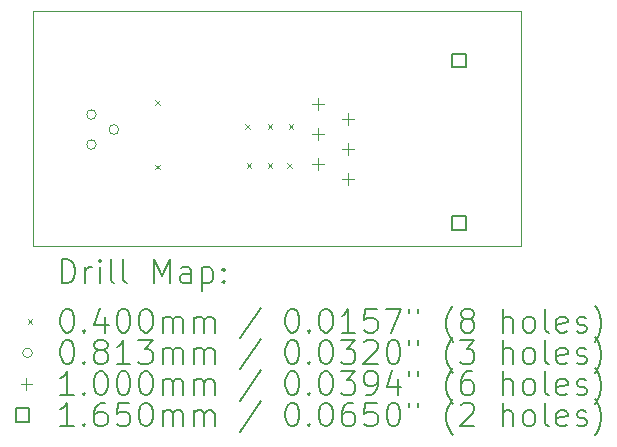
<source format=gbr>
%TF.GenerationSoftware,KiCad,Pcbnew,7.0.2*%
%TF.CreationDate,2024-01-01T15:40:30-07:00*%
%TF.ProjectId,Temp Sensor Board 1,54656d70-2053-4656-9e73-6f7220426f61,rev?*%
%TF.SameCoordinates,Original*%
%TF.FileFunction,Drillmap*%
%TF.FilePolarity,Positive*%
%FSLAX45Y45*%
G04 Gerber Fmt 4.5, Leading zero omitted, Abs format (unit mm)*
G04 Created by KiCad (PCBNEW 7.0.2) date 2024-01-01 15:40:30*
%MOMM*%
%LPD*%
G01*
G04 APERTURE LIST*
%ADD10C,0.100000*%
%ADD11C,0.200000*%
%ADD12C,0.040000*%
%ADD13C,0.081280*%
%ADD14C,0.165000*%
G04 APERTURE END LIST*
D10*
X11722100Y-7251700D02*
X15853665Y-7251700D01*
X15853665Y-9236965D01*
X11722100Y-9236965D01*
X11722100Y-7251700D01*
D11*
D12*
X12756200Y-8006400D02*
X12796200Y-8046400D01*
X12796200Y-8006400D02*
X12756200Y-8046400D01*
X12756200Y-8552500D02*
X12796200Y-8592500D01*
X12796200Y-8552500D02*
X12756200Y-8592500D01*
X13518200Y-8209600D02*
X13558200Y-8249600D01*
X13558200Y-8209600D02*
X13518200Y-8249600D01*
X13530900Y-8539800D02*
X13570900Y-8579800D01*
X13570900Y-8539800D02*
X13530900Y-8579800D01*
X13708700Y-8209600D02*
X13748700Y-8249600D01*
X13748700Y-8209600D02*
X13708700Y-8249600D01*
X13708700Y-8539800D02*
X13748700Y-8579800D01*
X13748700Y-8539800D02*
X13708700Y-8579800D01*
X13873800Y-8539800D02*
X13913800Y-8579800D01*
X13913800Y-8539800D02*
X13873800Y-8579800D01*
X13886500Y-8209600D02*
X13926500Y-8249600D01*
X13926500Y-8209600D02*
X13886500Y-8249600D01*
D13*
X12258040Y-8128000D02*
G75*
G03*
X12258040Y-8128000I-40640J0D01*
G01*
X12258040Y-8382000D02*
G75*
G03*
X12258040Y-8382000I-40640J0D01*
G01*
X12448540Y-8255000D02*
G75*
G03*
X12448540Y-8255000I-40640J0D01*
G01*
D10*
X14135100Y-7989100D02*
X14135100Y-8089100D01*
X14085100Y-8039100D02*
X14185100Y-8039100D01*
X14135100Y-8243100D02*
X14135100Y-8343100D01*
X14085100Y-8293100D02*
X14185100Y-8293100D01*
X14135100Y-8497100D02*
X14135100Y-8597100D01*
X14085100Y-8547100D02*
X14185100Y-8547100D01*
X14389100Y-8116100D02*
X14389100Y-8216100D01*
X14339100Y-8166100D02*
X14439100Y-8166100D01*
X14389100Y-8370100D02*
X14389100Y-8470100D01*
X14339100Y-8420100D02*
X14439100Y-8420100D01*
X14389100Y-8624100D02*
X14389100Y-8724100D01*
X14339100Y-8674100D02*
X14439100Y-8674100D01*
D14*
X15387437Y-7729437D02*
X15387437Y-7612763D01*
X15270763Y-7612763D01*
X15270763Y-7729437D01*
X15387437Y-7729437D01*
X15387437Y-9101437D02*
X15387437Y-8984763D01*
X15270763Y-8984763D01*
X15270763Y-9101437D01*
X15387437Y-9101437D01*
D11*
X11964719Y-9554488D02*
X11964719Y-9354488D01*
X11964719Y-9354488D02*
X12012338Y-9354488D01*
X12012338Y-9354488D02*
X12040909Y-9364012D01*
X12040909Y-9364012D02*
X12059957Y-9383060D01*
X12059957Y-9383060D02*
X12069481Y-9402107D01*
X12069481Y-9402107D02*
X12079005Y-9440203D01*
X12079005Y-9440203D02*
X12079005Y-9468774D01*
X12079005Y-9468774D02*
X12069481Y-9506869D01*
X12069481Y-9506869D02*
X12059957Y-9525917D01*
X12059957Y-9525917D02*
X12040909Y-9544965D01*
X12040909Y-9544965D02*
X12012338Y-9554488D01*
X12012338Y-9554488D02*
X11964719Y-9554488D01*
X12164719Y-9554488D02*
X12164719Y-9421155D01*
X12164719Y-9459250D02*
X12174243Y-9440203D01*
X12174243Y-9440203D02*
X12183767Y-9430679D01*
X12183767Y-9430679D02*
X12202814Y-9421155D01*
X12202814Y-9421155D02*
X12221862Y-9421155D01*
X12288528Y-9554488D02*
X12288528Y-9421155D01*
X12288528Y-9354488D02*
X12279005Y-9364012D01*
X12279005Y-9364012D02*
X12288528Y-9373536D01*
X12288528Y-9373536D02*
X12298052Y-9364012D01*
X12298052Y-9364012D02*
X12288528Y-9354488D01*
X12288528Y-9354488D02*
X12288528Y-9373536D01*
X12412338Y-9554488D02*
X12393290Y-9544965D01*
X12393290Y-9544965D02*
X12383767Y-9525917D01*
X12383767Y-9525917D02*
X12383767Y-9354488D01*
X12517100Y-9554488D02*
X12498052Y-9544965D01*
X12498052Y-9544965D02*
X12488528Y-9525917D01*
X12488528Y-9525917D02*
X12488528Y-9354488D01*
X12745671Y-9554488D02*
X12745671Y-9354488D01*
X12745671Y-9354488D02*
X12812338Y-9497346D01*
X12812338Y-9497346D02*
X12879005Y-9354488D01*
X12879005Y-9354488D02*
X12879005Y-9554488D01*
X13059957Y-9554488D02*
X13059957Y-9449727D01*
X13059957Y-9449727D02*
X13050433Y-9430679D01*
X13050433Y-9430679D02*
X13031386Y-9421155D01*
X13031386Y-9421155D02*
X12993290Y-9421155D01*
X12993290Y-9421155D02*
X12974243Y-9430679D01*
X13059957Y-9544965D02*
X13040909Y-9554488D01*
X13040909Y-9554488D02*
X12993290Y-9554488D01*
X12993290Y-9554488D02*
X12974243Y-9544965D01*
X12974243Y-9544965D02*
X12964719Y-9525917D01*
X12964719Y-9525917D02*
X12964719Y-9506869D01*
X12964719Y-9506869D02*
X12974243Y-9487822D01*
X12974243Y-9487822D02*
X12993290Y-9478298D01*
X12993290Y-9478298D02*
X13040909Y-9478298D01*
X13040909Y-9478298D02*
X13059957Y-9468774D01*
X13155195Y-9421155D02*
X13155195Y-9621155D01*
X13155195Y-9430679D02*
X13174243Y-9421155D01*
X13174243Y-9421155D02*
X13212338Y-9421155D01*
X13212338Y-9421155D02*
X13231386Y-9430679D01*
X13231386Y-9430679D02*
X13240909Y-9440203D01*
X13240909Y-9440203D02*
X13250433Y-9459250D01*
X13250433Y-9459250D02*
X13250433Y-9516393D01*
X13250433Y-9516393D02*
X13240909Y-9535441D01*
X13240909Y-9535441D02*
X13231386Y-9544965D01*
X13231386Y-9544965D02*
X13212338Y-9554488D01*
X13212338Y-9554488D02*
X13174243Y-9554488D01*
X13174243Y-9554488D02*
X13155195Y-9544965D01*
X13336148Y-9535441D02*
X13345671Y-9544965D01*
X13345671Y-9544965D02*
X13336148Y-9554488D01*
X13336148Y-9554488D02*
X13326624Y-9544965D01*
X13326624Y-9544965D02*
X13336148Y-9535441D01*
X13336148Y-9535441D02*
X13336148Y-9554488D01*
X13336148Y-9430679D02*
X13345671Y-9440203D01*
X13345671Y-9440203D02*
X13336148Y-9449727D01*
X13336148Y-9449727D02*
X13326624Y-9440203D01*
X13326624Y-9440203D02*
X13336148Y-9430679D01*
X13336148Y-9430679D02*
X13336148Y-9449727D01*
D12*
X11677100Y-9861965D02*
X11717100Y-9901965D01*
X11717100Y-9861965D02*
X11677100Y-9901965D01*
D11*
X12002814Y-9774488D02*
X12021862Y-9774488D01*
X12021862Y-9774488D02*
X12040909Y-9784012D01*
X12040909Y-9784012D02*
X12050433Y-9793536D01*
X12050433Y-9793536D02*
X12059957Y-9812584D01*
X12059957Y-9812584D02*
X12069481Y-9850679D01*
X12069481Y-9850679D02*
X12069481Y-9898298D01*
X12069481Y-9898298D02*
X12059957Y-9936393D01*
X12059957Y-9936393D02*
X12050433Y-9955441D01*
X12050433Y-9955441D02*
X12040909Y-9964965D01*
X12040909Y-9964965D02*
X12021862Y-9974488D01*
X12021862Y-9974488D02*
X12002814Y-9974488D01*
X12002814Y-9974488D02*
X11983767Y-9964965D01*
X11983767Y-9964965D02*
X11974243Y-9955441D01*
X11974243Y-9955441D02*
X11964719Y-9936393D01*
X11964719Y-9936393D02*
X11955195Y-9898298D01*
X11955195Y-9898298D02*
X11955195Y-9850679D01*
X11955195Y-9850679D02*
X11964719Y-9812584D01*
X11964719Y-9812584D02*
X11974243Y-9793536D01*
X11974243Y-9793536D02*
X11983767Y-9784012D01*
X11983767Y-9784012D02*
X12002814Y-9774488D01*
X12155195Y-9955441D02*
X12164719Y-9964965D01*
X12164719Y-9964965D02*
X12155195Y-9974488D01*
X12155195Y-9974488D02*
X12145671Y-9964965D01*
X12145671Y-9964965D02*
X12155195Y-9955441D01*
X12155195Y-9955441D02*
X12155195Y-9974488D01*
X12336148Y-9841155D02*
X12336148Y-9974488D01*
X12288528Y-9764965D02*
X12240909Y-9907822D01*
X12240909Y-9907822D02*
X12364719Y-9907822D01*
X12479005Y-9774488D02*
X12498052Y-9774488D01*
X12498052Y-9774488D02*
X12517100Y-9784012D01*
X12517100Y-9784012D02*
X12526624Y-9793536D01*
X12526624Y-9793536D02*
X12536148Y-9812584D01*
X12536148Y-9812584D02*
X12545671Y-9850679D01*
X12545671Y-9850679D02*
X12545671Y-9898298D01*
X12545671Y-9898298D02*
X12536148Y-9936393D01*
X12536148Y-9936393D02*
X12526624Y-9955441D01*
X12526624Y-9955441D02*
X12517100Y-9964965D01*
X12517100Y-9964965D02*
X12498052Y-9974488D01*
X12498052Y-9974488D02*
X12479005Y-9974488D01*
X12479005Y-9974488D02*
X12459957Y-9964965D01*
X12459957Y-9964965D02*
X12450433Y-9955441D01*
X12450433Y-9955441D02*
X12440909Y-9936393D01*
X12440909Y-9936393D02*
X12431386Y-9898298D01*
X12431386Y-9898298D02*
X12431386Y-9850679D01*
X12431386Y-9850679D02*
X12440909Y-9812584D01*
X12440909Y-9812584D02*
X12450433Y-9793536D01*
X12450433Y-9793536D02*
X12459957Y-9784012D01*
X12459957Y-9784012D02*
X12479005Y-9774488D01*
X12669481Y-9774488D02*
X12688529Y-9774488D01*
X12688529Y-9774488D02*
X12707576Y-9784012D01*
X12707576Y-9784012D02*
X12717100Y-9793536D01*
X12717100Y-9793536D02*
X12726624Y-9812584D01*
X12726624Y-9812584D02*
X12736148Y-9850679D01*
X12736148Y-9850679D02*
X12736148Y-9898298D01*
X12736148Y-9898298D02*
X12726624Y-9936393D01*
X12726624Y-9936393D02*
X12717100Y-9955441D01*
X12717100Y-9955441D02*
X12707576Y-9964965D01*
X12707576Y-9964965D02*
X12688529Y-9974488D01*
X12688529Y-9974488D02*
X12669481Y-9974488D01*
X12669481Y-9974488D02*
X12650433Y-9964965D01*
X12650433Y-9964965D02*
X12640909Y-9955441D01*
X12640909Y-9955441D02*
X12631386Y-9936393D01*
X12631386Y-9936393D02*
X12621862Y-9898298D01*
X12621862Y-9898298D02*
X12621862Y-9850679D01*
X12621862Y-9850679D02*
X12631386Y-9812584D01*
X12631386Y-9812584D02*
X12640909Y-9793536D01*
X12640909Y-9793536D02*
X12650433Y-9784012D01*
X12650433Y-9784012D02*
X12669481Y-9774488D01*
X12821862Y-9974488D02*
X12821862Y-9841155D01*
X12821862Y-9860203D02*
X12831386Y-9850679D01*
X12831386Y-9850679D02*
X12850433Y-9841155D01*
X12850433Y-9841155D02*
X12879005Y-9841155D01*
X12879005Y-9841155D02*
X12898052Y-9850679D01*
X12898052Y-9850679D02*
X12907576Y-9869727D01*
X12907576Y-9869727D02*
X12907576Y-9974488D01*
X12907576Y-9869727D02*
X12917100Y-9850679D01*
X12917100Y-9850679D02*
X12936148Y-9841155D01*
X12936148Y-9841155D02*
X12964719Y-9841155D01*
X12964719Y-9841155D02*
X12983767Y-9850679D01*
X12983767Y-9850679D02*
X12993290Y-9869727D01*
X12993290Y-9869727D02*
X12993290Y-9974488D01*
X13088529Y-9974488D02*
X13088529Y-9841155D01*
X13088529Y-9860203D02*
X13098052Y-9850679D01*
X13098052Y-9850679D02*
X13117100Y-9841155D01*
X13117100Y-9841155D02*
X13145671Y-9841155D01*
X13145671Y-9841155D02*
X13164719Y-9850679D01*
X13164719Y-9850679D02*
X13174243Y-9869727D01*
X13174243Y-9869727D02*
X13174243Y-9974488D01*
X13174243Y-9869727D02*
X13183767Y-9850679D01*
X13183767Y-9850679D02*
X13202814Y-9841155D01*
X13202814Y-9841155D02*
X13231386Y-9841155D01*
X13231386Y-9841155D02*
X13250433Y-9850679D01*
X13250433Y-9850679D02*
X13259957Y-9869727D01*
X13259957Y-9869727D02*
X13259957Y-9974488D01*
X13650433Y-9764965D02*
X13479005Y-10022107D01*
X13907576Y-9774488D02*
X13926624Y-9774488D01*
X13926624Y-9774488D02*
X13945672Y-9784012D01*
X13945672Y-9784012D02*
X13955195Y-9793536D01*
X13955195Y-9793536D02*
X13964719Y-9812584D01*
X13964719Y-9812584D02*
X13974243Y-9850679D01*
X13974243Y-9850679D02*
X13974243Y-9898298D01*
X13974243Y-9898298D02*
X13964719Y-9936393D01*
X13964719Y-9936393D02*
X13955195Y-9955441D01*
X13955195Y-9955441D02*
X13945672Y-9964965D01*
X13945672Y-9964965D02*
X13926624Y-9974488D01*
X13926624Y-9974488D02*
X13907576Y-9974488D01*
X13907576Y-9974488D02*
X13888529Y-9964965D01*
X13888529Y-9964965D02*
X13879005Y-9955441D01*
X13879005Y-9955441D02*
X13869481Y-9936393D01*
X13869481Y-9936393D02*
X13859957Y-9898298D01*
X13859957Y-9898298D02*
X13859957Y-9850679D01*
X13859957Y-9850679D02*
X13869481Y-9812584D01*
X13869481Y-9812584D02*
X13879005Y-9793536D01*
X13879005Y-9793536D02*
X13888529Y-9784012D01*
X13888529Y-9784012D02*
X13907576Y-9774488D01*
X14059957Y-9955441D02*
X14069481Y-9964965D01*
X14069481Y-9964965D02*
X14059957Y-9974488D01*
X14059957Y-9974488D02*
X14050433Y-9964965D01*
X14050433Y-9964965D02*
X14059957Y-9955441D01*
X14059957Y-9955441D02*
X14059957Y-9974488D01*
X14193291Y-9774488D02*
X14212338Y-9774488D01*
X14212338Y-9774488D02*
X14231386Y-9784012D01*
X14231386Y-9784012D02*
X14240910Y-9793536D01*
X14240910Y-9793536D02*
X14250433Y-9812584D01*
X14250433Y-9812584D02*
X14259957Y-9850679D01*
X14259957Y-9850679D02*
X14259957Y-9898298D01*
X14259957Y-9898298D02*
X14250433Y-9936393D01*
X14250433Y-9936393D02*
X14240910Y-9955441D01*
X14240910Y-9955441D02*
X14231386Y-9964965D01*
X14231386Y-9964965D02*
X14212338Y-9974488D01*
X14212338Y-9974488D02*
X14193291Y-9974488D01*
X14193291Y-9974488D02*
X14174243Y-9964965D01*
X14174243Y-9964965D02*
X14164719Y-9955441D01*
X14164719Y-9955441D02*
X14155195Y-9936393D01*
X14155195Y-9936393D02*
X14145672Y-9898298D01*
X14145672Y-9898298D02*
X14145672Y-9850679D01*
X14145672Y-9850679D02*
X14155195Y-9812584D01*
X14155195Y-9812584D02*
X14164719Y-9793536D01*
X14164719Y-9793536D02*
X14174243Y-9784012D01*
X14174243Y-9784012D02*
X14193291Y-9774488D01*
X14450433Y-9974488D02*
X14336148Y-9974488D01*
X14393291Y-9974488D02*
X14393291Y-9774488D01*
X14393291Y-9774488D02*
X14374243Y-9803060D01*
X14374243Y-9803060D02*
X14355195Y-9822107D01*
X14355195Y-9822107D02*
X14336148Y-9831631D01*
X14631386Y-9774488D02*
X14536148Y-9774488D01*
X14536148Y-9774488D02*
X14526624Y-9869727D01*
X14526624Y-9869727D02*
X14536148Y-9860203D01*
X14536148Y-9860203D02*
X14555195Y-9850679D01*
X14555195Y-9850679D02*
X14602814Y-9850679D01*
X14602814Y-9850679D02*
X14621862Y-9860203D01*
X14621862Y-9860203D02*
X14631386Y-9869727D01*
X14631386Y-9869727D02*
X14640910Y-9888774D01*
X14640910Y-9888774D02*
X14640910Y-9936393D01*
X14640910Y-9936393D02*
X14631386Y-9955441D01*
X14631386Y-9955441D02*
X14621862Y-9964965D01*
X14621862Y-9964965D02*
X14602814Y-9974488D01*
X14602814Y-9974488D02*
X14555195Y-9974488D01*
X14555195Y-9974488D02*
X14536148Y-9964965D01*
X14536148Y-9964965D02*
X14526624Y-9955441D01*
X14707576Y-9774488D02*
X14840910Y-9774488D01*
X14840910Y-9774488D02*
X14755195Y-9974488D01*
X14907576Y-9774488D02*
X14907576Y-9812584D01*
X14983767Y-9774488D02*
X14983767Y-9812584D01*
X15279005Y-10050679D02*
X15269481Y-10041155D01*
X15269481Y-10041155D02*
X15250434Y-10012584D01*
X15250434Y-10012584D02*
X15240910Y-9993536D01*
X15240910Y-9993536D02*
X15231386Y-9964965D01*
X15231386Y-9964965D02*
X15221862Y-9917346D01*
X15221862Y-9917346D02*
X15221862Y-9879250D01*
X15221862Y-9879250D02*
X15231386Y-9831631D01*
X15231386Y-9831631D02*
X15240910Y-9803060D01*
X15240910Y-9803060D02*
X15250434Y-9784012D01*
X15250434Y-9784012D02*
X15269481Y-9755441D01*
X15269481Y-9755441D02*
X15279005Y-9745917D01*
X15383767Y-9860203D02*
X15364719Y-9850679D01*
X15364719Y-9850679D02*
X15355195Y-9841155D01*
X15355195Y-9841155D02*
X15345672Y-9822107D01*
X15345672Y-9822107D02*
X15345672Y-9812584D01*
X15345672Y-9812584D02*
X15355195Y-9793536D01*
X15355195Y-9793536D02*
X15364719Y-9784012D01*
X15364719Y-9784012D02*
X15383767Y-9774488D01*
X15383767Y-9774488D02*
X15421862Y-9774488D01*
X15421862Y-9774488D02*
X15440910Y-9784012D01*
X15440910Y-9784012D02*
X15450434Y-9793536D01*
X15450434Y-9793536D02*
X15459957Y-9812584D01*
X15459957Y-9812584D02*
X15459957Y-9822107D01*
X15459957Y-9822107D02*
X15450434Y-9841155D01*
X15450434Y-9841155D02*
X15440910Y-9850679D01*
X15440910Y-9850679D02*
X15421862Y-9860203D01*
X15421862Y-9860203D02*
X15383767Y-9860203D01*
X15383767Y-9860203D02*
X15364719Y-9869727D01*
X15364719Y-9869727D02*
X15355195Y-9879250D01*
X15355195Y-9879250D02*
X15345672Y-9898298D01*
X15345672Y-9898298D02*
X15345672Y-9936393D01*
X15345672Y-9936393D02*
X15355195Y-9955441D01*
X15355195Y-9955441D02*
X15364719Y-9964965D01*
X15364719Y-9964965D02*
X15383767Y-9974488D01*
X15383767Y-9974488D02*
X15421862Y-9974488D01*
X15421862Y-9974488D02*
X15440910Y-9964965D01*
X15440910Y-9964965D02*
X15450434Y-9955441D01*
X15450434Y-9955441D02*
X15459957Y-9936393D01*
X15459957Y-9936393D02*
X15459957Y-9898298D01*
X15459957Y-9898298D02*
X15450434Y-9879250D01*
X15450434Y-9879250D02*
X15440910Y-9869727D01*
X15440910Y-9869727D02*
X15421862Y-9860203D01*
X15698053Y-9974488D02*
X15698053Y-9774488D01*
X15783767Y-9974488D02*
X15783767Y-9869727D01*
X15783767Y-9869727D02*
X15774243Y-9850679D01*
X15774243Y-9850679D02*
X15755196Y-9841155D01*
X15755196Y-9841155D02*
X15726624Y-9841155D01*
X15726624Y-9841155D02*
X15707576Y-9850679D01*
X15707576Y-9850679D02*
X15698053Y-9860203D01*
X15907576Y-9974488D02*
X15888529Y-9964965D01*
X15888529Y-9964965D02*
X15879005Y-9955441D01*
X15879005Y-9955441D02*
X15869481Y-9936393D01*
X15869481Y-9936393D02*
X15869481Y-9879250D01*
X15869481Y-9879250D02*
X15879005Y-9860203D01*
X15879005Y-9860203D02*
X15888529Y-9850679D01*
X15888529Y-9850679D02*
X15907576Y-9841155D01*
X15907576Y-9841155D02*
X15936148Y-9841155D01*
X15936148Y-9841155D02*
X15955196Y-9850679D01*
X15955196Y-9850679D02*
X15964719Y-9860203D01*
X15964719Y-9860203D02*
X15974243Y-9879250D01*
X15974243Y-9879250D02*
X15974243Y-9936393D01*
X15974243Y-9936393D02*
X15964719Y-9955441D01*
X15964719Y-9955441D02*
X15955196Y-9964965D01*
X15955196Y-9964965D02*
X15936148Y-9974488D01*
X15936148Y-9974488D02*
X15907576Y-9974488D01*
X16088529Y-9974488D02*
X16069481Y-9964965D01*
X16069481Y-9964965D02*
X16059957Y-9945917D01*
X16059957Y-9945917D02*
X16059957Y-9774488D01*
X16240910Y-9964965D02*
X16221862Y-9974488D01*
X16221862Y-9974488D02*
X16183767Y-9974488D01*
X16183767Y-9974488D02*
X16164719Y-9964965D01*
X16164719Y-9964965D02*
X16155196Y-9945917D01*
X16155196Y-9945917D02*
X16155196Y-9869727D01*
X16155196Y-9869727D02*
X16164719Y-9850679D01*
X16164719Y-9850679D02*
X16183767Y-9841155D01*
X16183767Y-9841155D02*
X16221862Y-9841155D01*
X16221862Y-9841155D02*
X16240910Y-9850679D01*
X16240910Y-9850679D02*
X16250434Y-9869727D01*
X16250434Y-9869727D02*
X16250434Y-9888774D01*
X16250434Y-9888774D02*
X16155196Y-9907822D01*
X16326624Y-9964965D02*
X16345672Y-9974488D01*
X16345672Y-9974488D02*
X16383767Y-9974488D01*
X16383767Y-9974488D02*
X16402815Y-9964965D01*
X16402815Y-9964965D02*
X16412338Y-9945917D01*
X16412338Y-9945917D02*
X16412338Y-9936393D01*
X16412338Y-9936393D02*
X16402815Y-9917346D01*
X16402815Y-9917346D02*
X16383767Y-9907822D01*
X16383767Y-9907822D02*
X16355196Y-9907822D01*
X16355196Y-9907822D02*
X16336148Y-9898298D01*
X16336148Y-9898298D02*
X16326624Y-9879250D01*
X16326624Y-9879250D02*
X16326624Y-9869727D01*
X16326624Y-9869727D02*
X16336148Y-9850679D01*
X16336148Y-9850679D02*
X16355196Y-9841155D01*
X16355196Y-9841155D02*
X16383767Y-9841155D01*
X16383767Y-9841155D02*
X16402815Y-9850679D01*
X16479005Y-10050679D02*
X16488529Y-10041155D01*
X16488529Y-10041155D02*
X16507577Y-10012584D01*
X16507577Y-10012584D02*
X16517100Y-9993536D01*
X16517100Y-9993536D02*
X16526624Y-9964965D01*
X16526624Y-9964965D02*
X16536148Y-9917346D01*
X16536148Y-9917346D02*
X16536148Y-9879250D01*
X16536148Y-9879250D02*
X16526624Y-9831631D01*
X16526624Y-9831631D02*
X16517100Y-9803060D01*
X16517100Y-9803060D02*
X16507577Y-9784012D01*
X16507577Y-9784012D02*
X16488529Y-9755441D01*
X16488529Y-9755441D02*
X16479005Y-9745917D01*
D13*
X11717100Y-10145965D02*
G75*
G03*
X11717100Y-10145965I-40640J0D01*
G01*
D11*
X12002814Y-10038488D02*
X12021862Y-10038488D01*
X12021862Y-10038488D02*
X12040909Y-10048012D01*
X12040909Y-10048012D02*
X12050433Y-10057536D01*
X12050433Y-10057536D02*
X12059957Y-10076584D01*
X12059957Y-10076584D02*
X12069481Y-10114679D01*
X12069481Y-10114679D02*
X12069481Y-10162298D01*
X12069481Y-10162298D02*
X12059957Y-10200393D01*
X12059957Y-10200393D02*
X12050433Y-10219441D01*
X12050433Y-10219441D02*
X12040909Y-10228965D01*
X12040909Y-10228965D02*
X12021862Y-10238488D01*
X12021862Y-10238488D02*
X12002814Y-10238488D01*
X12002814Y-10238488D02*
X11983767Y-10228965D01*
X11983767Y-10228965D02*
X11974243Y-10219441D01*
X11974243Y-10219441D02*
X11964719Y-10200393D01*
X11964719Y-10200393D02*
X11955195Y-10162298D01*
X11955195Y-10162298D02*
X11955195Y-10114679D01*
X11955195Y-10114679D02*
X11964719Y-10076584D01*
X11964719Y-10076584D02*
X11974243Y-10057536D01*
X11974243Y-10057536D02*
X11983767Y-10048012D01*
X11983767Y-10048012D02*
X12002814Y-10038488D01*
X12155195Y-10219441D02*
X12164719Y-10228965D01*
X12164719Y-10228965D02*
X12155195Y-10238488D01*
X12155195Y-10238488D02*
X12145671Y-10228965D01*
X12145671Y-10228965D02*
X12155195Y-10219441D01*
X12155195Y-10219441D02*
X12155195Y-10238488D01*
X12279005Y-10124203D02*
X12259957Y-10114679D01*
X12259957Y-10114679D02*
X12250433Y-10105155D01*
X12250433Y-10105155D02*
X12240909Y-10086107D01*
X12240909Y-10086107D02*
X12240909Y-10076584D01*
X12240909Y-10076584D02*
X12250433Y-10057536D01*
X12250433Y-10057536D02*
X12259957Y-10048012D01*
X12259957Y-10048012D02*
X12279005Y-10038488D01*
X12279005Y-10038488D02*
X12317100Y-10038488D01*
X12317100Y-10038488D02*
X12336148Y-10048012D01*
X12336148Y-10048012D02*
X12345671Y-10057536D01*
X12345671Y-10057536D02*
X12355195Y-10076584D01*
X12355195Y-10076584D02*
X12355195Y-10086107D01*
X12355195Y-10086107D02*
X12345671Y-10105155D01*
X12345671Y-10105155D02*
X12336148Y-10114679D01*
X12336148Y-10114679D02*
X12317100Y-10124203D01*
X12317100Y-10124203D02*
X12279005Y-10124203D01*
X12279005Y-10124203D02*
X12259957Y-10133727D01*
X12259957Y-10133727D02*
X12250433Y-10143250D01*
X12250433Y-10143250D02*
X12240909Y-10162298D01*
X12240909Y-10162298D02*
X12240909Y-10200393D01*
X12240909Y-10200393D02*
X12250433Y-10219441D01*
X12250433Y-10219441D02*
X12259957Y-10228965D01*
X12259957Y-10228965D02*
X12279005Y-10238488D01*
X12279005Y-10238488D02*
X12317100Y-10238488D01*
X12317100Y-10238488D02*
X12336148Y-10228965D01*
X12336148Y-10228965D02*
X12345671Y-10219441D01*
X12345671Y-10219441D02*
X12355195Y-10200393D01*
X12355195Y-10200393D02*
X12355195Y-10162298D01*
X12355195Y-10162298D02*
X12345671Y-10143250D01*
X12345671Y-10143250D02*
X12336148Y-10133727D01*
X12336148Y-10133727D02*
X12317100Y-10124203D01*
X12545671Y-10238488D02*
X12431386Y-10238488D01*
X12488528Y-10238488D02*
X12488528Y-10038488D01*
X12488528Y-10038488D02*
X12469481Y-10067060D01*
X12469481Y-10067060D02*
X12450433Y-10086107D01*
X12450433Y-10086107D02*
X12431386Y-10095631D01*
X12612338Y-10038488D02*
X12736148Y-10038488D01*
X12736148Y-10038488D02*
X12669481Y-10114679D01*
X12669481Y-10114679D02*
X12698052Y-10114679D01*
X12698052Y-10114679D02*
X12717100Y-10124203D01*
X12717100Y-10124203D02*
X12726624Y-10133727D01*
X12726624Y-10133727D02*
X12736148Y-10152774D01*
X12736148Y-10152774D02*
X12736148Y-10200393D01*
X12736148Y-10200393D02*
X12726624Y-10219441D01*
X12726624Y-10219441D02*
X12717100Y-10228965D01*
X12717100Y-10228965D02*
X12698052Y-10238488D01*
X12698052Y-10238488D02*
X12640909Y-10238488D01*
X12640909Y-10238488D02*
X12621862Y-10228965D01*
X12621862Y-10228965D02*
X12612338Y-10219441D01*
X12821862Y-10238488D02*
X12821862Y-10105155D01*
X12821862Y-10124203D02*
X12831386Y-10114679D01*
X12831386Y-10114679D02*
X12850433Y-10105155D01*
X12850433Y-10105155D02*
X12879005Y-10105155D01*
X12879005Y-10105155D02*
X12898052Y-10114679D01*
X12898052Y-10114679D02*
X12907576Y-10133727D01*
X12907576Y-10133727D02*
X12907576Y-10238488D01*
X12907576Y-10133727D02*
X12917100Y-10114679D01*
X12917100Y-10114679D02*
X12936148Y-10105155D01*
X12936148Y-10105155D02*
X12964719Y-10105155D01*
X12964719Y-10105155D02*
X12983767Y-10114679D01*
X12983767Y-10114679D02*
X12993290Y-10133727D01*
X12993290Y-10133727D02*
X12993290Y-10238488D01*
X13088529Y-10238488D02*
X13088529Y-10105155D01*
X13088529Y-10124203D02*
X13098052Y-10114679D01*
X13098052Y-10114679D02*
X13117100Y-10105155D01*
X13117100Y-10105155D02*
X13145671Y-10105155D01*
X13145671Y-10105155D02*
X13164719Y-10114679D01*
X13164719Y-10114679D02*
X13174243Y-10133727D01*
X13174243Y-10133727D02*
X13174243Y-10238488D01*
X13174243Y-10133727D02*
X13183767Y-10114679D01*
X13183767Y-10114679D02*
X13202814Y-10105155D01*
X13202814Y-10105155D02*
X13231386Y-10105155D01*
X13231386Y-10105155D02*
X13250433Y-10114679D01*
X13250433Y-10114679D02*
X13259957Y-10133727D01*
X13259957Y-10133727D02*
X13259957Y-10238488D01*
X13650433Y-10028965D02*
X13479005Y-10286107D01*
X13907576Y-10038488D02*
X13926624Y-10038488D01*
X13926624Y-10038488D02*
X13945672Y-10048012D01*
X13945672Y-10048012D02*
X13955195Y-10057536D01*
X13955195Y-10057536D02*
X13964719Y-10076584D01*
X13964719Y-10076584D02*
X13974243Y-10114679D01*
X13974243Y-10114679D02*
X13974243Y-10162298D01*
X13974243Y-10162298D02*
X13964719Y-10200393D01*
X13964719Y-10200393D02*
X13955195Y-10219441D01*
X13955195Y-10219441D02*
X13945672Y-10228965D01*
X13945672Y-10228965D02*
X13926624Y-10238488D01*
X13926624Y-10238488D02*
X13907576Y-10238488D01*
X13907576Y-10238488D02*
X13888529Y-10228965D01*
X13888529Y-10228965D02*
X13879005Y-10219441D01*
X13879005Y-10219441D02*
X13869481Y-10200393D01*
X13869481Y-10200393D02*
X13859957Y-10162298D01*
X13859957Y-10162298D02*
X13859957Y-10114679D01*
X13859957Y-10114679D02*
X13869481Y-10076584D01*
X13869481Y-10076584D02*
X13879005Y-10057536D01*
X13879005Y-10057536D02*
X13888529Y-10048012D01*
X13888529Y-10048012D02*
X13907576Y-10038488D01*
X14059957Y-10219441D02*
X14069481Y-10228965D01*
X14069481Y-10228965D02*
X14059957Y-10238488D01*
X14059957Y-10238488D02*
X14050433Y-10228965D01*
X14050433Y-10228965D02*
X14059957Y-10219441D01*
X14059957Y-10219441D02*
X14059957Y-10238488D01*
X14193291Y-10038488D02*
X14212338Y-10038488D01*
X14212338Y-10038488D02*
X14231386Y-10048012D01*
X14231386Y-10048012D02*
X14240910Y-10057536D01*
X14240910Y-10057536D02*
X14250433Y-10076584D01*
X14250433Y-10076584D02*
X14259957Y-10114679D01*
X14259957Y-10114679D02*
X14259957Y-10162298D01*
X14259957Y-10162298D02*
X14250433Y-10200393D01*
X14250433Y-10200393D02*
X14240910Y-10219441D01*
X14240910Y-10219441D02*
X14231386Y-10228965D01*
X14231386Y-10228965D02*
X14212338Y-10238488D01*
X14212338Y-10238488D02*
X14193291Y-10238488D01*
X14193291Y-10238488D02*
X14174243Y-10228965D01*
X14174243Y-10228965D02*
X14164719Y-10219441D01*
X14164719Y-10219441D02*
X14155195Y-10200393D01*
X14155195Y-10200393D02*
X14145672Y-10162298D01*
X14145672Y-10162298D02*
X14145672Y-10114679D01*
X14145672Y-10114679D02*
X14155195Y-10076584D01*
X14155195Y-10076584D02*
X14164719Y-10057536D01*
X14164719Y-10057536D02*
X14174243Y-10048012D01*
X14174243Y-10048012D02*
X14193291Y-10038488D01*
X14326624Y-10038488D02*
X14450433Y-10038488D01*
X14450433Y-10038488D02*
X14383767Y-10114679D01*
X14383767Y-10114679D02*
X14412338Y-10114679D01*
X14412338Y-10114679D02*
X14431386Y-10124203D01*
X14431386Y-10124203D02*
X14440910Y-10133727D01*
X14440910Y-10133727D02*
X14450433Y-10152774D01*
X14450433Y-10152774D02*
X14450433Y-10200393D01*
X14450433Y-10200393D02*
X14440910Y-10219441D01*
X14440910Y-10219441D02*
X14431386Y-10228965D01*
X14431386Y-10228965D02*
X14412338Y-10238488D01*
X14412338Y-10238488D02*
X14355195Y-10238488D01*
X14355195Y-10238488D02*
X14336148Y-10228965D01*
X14336148Y-10228965D02*
X14326624Y-10219441D01*
X14526624Y-10057536D02*
X14536148Y-10048012D01*
X14536148Y-10048012D02*
X14555195Y-10038488D01*
X14555195Y-10038488D02*
X14602814Y-10038488D01*
X14602814Y-10038488D02*
X14621862Y-10048012D01*
X14621862Y-10048012D02*
X14631386Y-10057536D01*
X14631386Y-10057536D02*
X14640910Y-10076584D01*
X14640910Y-10076584D02*
X14640910Y-10095631D01*
X14640910Y-10095631D02*
X14631386Y-10124203D01*
X14631386Y-10124203D02*
X14517100Y-10238488D01*
X14517100Y-10238488D02*
X14640910Y-10238488D01*
X14764719Y-10038488D02*
X14783767Y-10038488D01*
X14783767Y-10038488D02*
X14802814Y-10048012D01*
X14802814Y-10048012D02*
X14812338Y-10057536D01*
X14812338Y-10057536D02*
X14821862Y-10076584D01*
X14821862Y-10076584D02*
X14831386Y-10114679D01*
X14831386Y-10114679D02*
X14831386Y-10162298D01*
X14831386Y-10162298D02*
X14821862Y-10200393D01*
X14821862Y-10200393D02*
X14812338Y-10219441D01*
X14812338Y-10219441D02*
X14802814Y-10228965D01*
X14802814Y-10228965D02*
X14783767Y-10238488D01*
X14783767Y-10238488D02*
X14764719Y-10238488D01*
X14764719Y-10238488D02*
X14745672Y-10228965D01*
X14745672Y-10228965D02*
X14736148Y-10219441D01*
X14736148Y-10219441D02*
X14726624Y-10200393D01*
X14726624Y-10200393D02*
X14717100Y-10162298D01*
X14717100Y-10162298D02*
X14717100Y-10114679D01*
X14717100Y-10114679D02*
X14726624Y-10076584D01*
X14726624Y-10076584D02*
X14736148Y-10057536D01*
X14736148Y-10057536D02*
X14745672Y-10048012D01*
X14745672Y-10048012D02*
X14764719Y-10038488D01*
X14907576Y-10038488D02*
X14907576Y-10076584D01*
X14983767Y-10038488D02*
X14983767Y-10076584D01*
X15279005Y-10314679D02*
X15269481Y-10305155D01*
X15269481Y-10305155D02*
X15250434Y-10276584D01*
X15250434Y-10276584D02*
X15240910Y-10257536D01*
X15240910Y-10257536D02*
X15231386Y-10228965D01*
X15231386Y-10228965D02*
X15221862Y-10181346D01*
X15221862Y-10181346D02*
X15221862Y-10143250D01*
X15221862Y-10143250D02*
X15231386Y-10095631D01*
X15231386Y-10095631D02*
X15240910Y-10067060D01*
X15240910Y-10067060D02*
X15250434Y-10048012D01*
X15250434Y-10048012D02*
X15269481Y-10019441D01*
X15269481Y-10019441D02*
X15279005Y-10009917D01*
X15336148Y-10038488D02*
X15459957Y-10038488D01*
X15459957Y-10038488D02*
X15393291Y-10114679D01*
X15393291Y-10114679D02*
X15421862Y-10114679D01*
X15421862Y-10114679D02*
X15440910Y-10124203D01*
X15440910Y-10124203D02*
X15450434Y-10133727D01*
X15450434Y-10133727D02*
X15459957Y-10152774D01*
X15459957Y-10152774D02*
X15459957Y-10200393D01*
X15459957Y-10200393D02*
X15450434Y-10219441D01*
X15450434Y-10219441D02*
X15440910Y-10228965D01*
X15440910Y-10228965D02*
X15421862Y-10238488D01*
X15421862Y-10238488D02*
X15364719Y-10238488D01*
X15364719Y-10238488D02*
X15345672Y-10228965D01*
X15345672Y-10228965D02*
X15336148Y-10219441D01*
X15698053Y-10238488D02*
X15698053Y-10038488D01*
X15783767Y-10238488D02*
X15783767Y-10133727D01*
X15783767Y-10133727D02*
X15774243Y-10114679D01*
X15774243Y-10114679D02*
X15755196Y-10105155D01*
X15755196Y-10105155D02*
X15726624Y-10105155D01*
X15726624Y-10105155D02*
X15707576Y-10114679D01*
X15707576Y-10114679D02*
X15698053Y-10124203D01*
X15907576Y-10238488D02*
X15888529Y-10228965D01*
X15888529Y-10228965D02*
X15879005Y-10219441D01*
X15879005Y-10219441D02*
X15869481Y-10200393D01*
X15869481Y-10200393D02*
X15869481Y-10143250D01*
X15869481Y-10143250D02*
X15879005Y-10124203D01*
X15879005Y-10124203D02*
X15888529Y-10114679D01*
X15888529Y-10114679D02*
X15907576Y-10105155D01*
X15907576Y-10105155D02*
X15936148Y-10105155D01*
X15936148Y-10105155D02*
X15955196Y-10114679D01*
X15955196Y-10114679D02*
X15964719Y-10124203D01*
X15964719Y-10124203D02*
X15974243Y-10143250D01*
X15974243Y-10143250D02*
X15974243Y-10200393D01*
X15974243Y-10200393D02*
X15964719Y-10219441D01*
X15964719Y-10219441D02*
X15955196Y-10228965D01*
X15955196Y-10228965D02*
X15936148Y-10238488D01*
X15936148Y-10238488D02*
X15907576Y-10238488D01*
X16088529Y-10238488D02*
X16069481Y-10228965D01*
X16069481Y-10228965D02*
X16059957Y-10209917D01*
X16059957Y-10209917D02*
X16059957Y-10038488D01*
X16240910Y-10228965D02*
X16221862Y-10238488D01*
X16221862Y-10238488D02*
X16183767Y-10238488D01*
X16183767Y-10238488D02*
X16164719Y-10228965D01*
X16164719Y-10228965D02*
X16155196Y-10209917D01*
X16155196Y-10209917D02*
X16155196Y-10133727D01*
X16155196Y-10133727D02*
X16164719Y-10114679D01*
X16164719Y-10114679D02*
X16183767Y-10105155D01*
X16183767Y-10105155D02*
X16221862Y-10105155D01*
X16221862Y-10105155D02*
X16240910Y-10114679D01*
X16240910Y-10114679D02*
X16250434Y-10133727D01*
X16250434Y-10133727D02*
X16250434Y-10152774D01*
X16250434Y-10152774D02*
X16155196Y-10171822D01*
X16326624Y-10228965D02*
X16345672Y-10238488D01*
X16345672Y-10238488D02*
X16383767Y-10238488D01*
X16383767Y-10238488D02*
X16402815Y-10228965D01*
X16402815Y-10228965D02*
X16412338Y-10209917D01*
X16412338Y-10209917D02*
X16412338Y-10200393D01*
X16412338Y-10200393D02*
X16402815Y-10181346D01*
X16402815Y-10181346D02*
X16383767Y-10171822D01*
X16383767Y-10171822D02*
X16355196Y-10171822D01*
X16355196Y-10171822D02*
X16336148Y-10162298D01*
X16336148Y-10162298D02*
X16326624Y-10143250D01*
X16326624Y-10143250D02*
X16326624Y-10133727D01*
X16326624Y-10133727D02*
X16336148Y-10114679D01*
X16336148Y-10114679D02*
X16355196Y-10105155D01*
X16355196Y-10105155D02*
X16383767Y-10105155D01*
X16383767Y-10105155D02*
X16402815Y-10114679D01*
X16479005Y-10314679D02*
X16488529Y-10305155D01*
X16488529Y-10305155D02*
X16507577Y-10276584D01*
X16507577Y-10276584D02*
X16517100Y-10257536D01*
X16517100Y-10257536D02*
X16526624Y-10228965D01*
X16526624Y-10228965D02*
X16536148Y-10181346D01*
X16536148Y-10181346D02*
X16536148Y-10143250D01*
X16536148Y-10143250D02*
X16526624Y-10095631D01*
X16526624Y-10095631D02*
X16517100Y-10067060D01*
X16517100Y-10067060D02*
X16507577Y-10048012D01*
X16507577Y-10048012D02*
X16488529Y-10019441D01*
X16488529Y-10019441D02*
X16479005Y-10009917D01*
D10*
X11667100Y-10359965D02*
X11667100Y-10459965D01*
X11617100Y-10409965D02*
X11717100Y-10409965D01*
D11*
X12069481Y-10502488D02*
X11955195Y-10502488D01*
X12012338Y-10502488D02*
X12012338Y-10302488D01*
X12012338Y-10302488D02*
X11993290Y-10331060D01*
X11993290Y-10331060D02*
X11974243Y-10350107D01*
X11974243Y-10350107D02*
X11955195Y-10359631D01*
X12155195Y-10483441D02*
X12164719Y-10492965D01*
X12164719Y-10492965D02*
X12155195Y-10502488D01*
X12155195Y-10502488D02*
X12145671Y-10492965D01*
X12145671Y-10492965D02*
X12155195Y-10483441D01*
X12155195Y-10483441D02*
X12155195Y-10502488D01*
X12288528Y-10302488D02*
X12307576Y-10302488D01*
X12307576Y-10302488D02*
X12326624Y-10312012D01*
X12326624Y-10312012D02*
X12336148Y-10321536D01*
X12336148Y-10321536D02*
X12345671Y-10340584D01*
X12345671Y-10340584D02*
X12355195Y-10378679D01*
X12355195Y-10378679D02*
X12355195Y-10426298D01*
X12355195Y-10426298D02*
X12345671Y-10464393D01*
X12345671Y-10464393D02*
X12336148Y-10483441D01*
X12336148Y-10483441D02*
X12326624Y-10492965D01*
X12326624Y-10492965D02*
X12307576Y-10502488D01*
X12307576Y-10502488D02*
X12288528Y-10502488D01*
X12288528Y-10502488D02*
X12269481Y-10492965D01*
X12269481Y-10492965D02*
X12259957Y-10483441D01*
X12259957Y-10483441D02*
X12250433Y-10464393D01*
X12250433Y-10464393D02*
X12240909Y-10426298D01*
X12240909Y-10426298D02*
X12240909Y-10378679D01*
X12240909Y-10378679D02*
X12250433Y-10340584D01*
X12250433Y-10340584D02*
X12259957Y-10321536D01*
X12259957Y-10321536D02*
X12269481Y-10312012D01*
X12269481Y-10312012D02*
X12288528Y-10302488D01*
X12479005Y-10302488D02*
X12498052Y-10302488D01*
X12498052Y-10302488D02*
X12517100Y-10312012D01*
X12517100Y-10312012D02*
X12526624Y-10321536D01*
X12526624Y-10321536D02*
X12536148Y-10340584D01*
X12536148Y-10340584D02*
X12545671Y-10378679D01*
X12545671Y-10378679D02*
X12545671Y-10426298D01*
X12545671Y-10426298D02*
X12536148Y-10464393D01*
X12536148Y-10464393D02*
X12526624Y-10483441D01*
X12526624Y-10483441D02*
X12517100Y-10492965D01*
X12517100Y-10492965D02*
X12498052Y-10502488D01*
X12498052Y-10502488D02*
X12479005Y-10502488D01*
X12479005Y-10502488D02*
X12459957Y-10492965D01*
X12459957Y-10492965D02*
X12450433Y-10483441D01*
X12450433Y-10483441D02*
X12440909Y-10464393D01*
X12440909Y-10464393D02*
X12431386Y-10426298D01*
X12431386Y-10426298D02*
X12431386Y-10378679D01*
X12431386Y-10378679D02*
X12440909Y-10340584D01*
X12440909Y-10340584D02*
X12450433Y-10321536D01*
X12450433Y-10321536D02*
X12459957Y-10312012D01*
X12459957Y-10312012D02*
X12479005Y-10302488D01*
X12669481Y-10302488D02*
X12688529Y-10302488D01*
X12688529Y-10302488D02*
X12707576Y-10312012D01*
X12707576Y-10312012D02*
X12717100Y-10321536D01*
X12717100Y-10321536D02*
X12726624Y-10340584D01*
X12726624Y-10340584D02*
X12736148Y-10378679D01*
X12736148Y-10378679D02*
X12736148Y-10426298D01*
X12736148Y-10426298D02*
X12726624Y-10464393D01*
X12726624Y-10464393D02*
X12717100Y-10483441D01*
X12717100Y-10483441D02*
X12707576Y-10492965D01*
X12707576Y-10492965D02*
X12688529Y-10502488D01*
X12688529Y-10502488D02*
X12669481Y-10502488D01*
X12669481Y-10502488D02*
X12650433Y-10492965D01*
X12650433Y-10492965D02*
X12640909Y-10483441D01*
X12640909Y-10483441D02*
X12631386Y-10464393D01*
X12631386Y-10464393D02*
X12621862Y-10426298D01*
X12621862Y-10426298D02*
X12621862Y-10378679D01*
X12621862Y-10378679D02*
X12631386Y-10340584D01*
X12631386Y-10340584D02*
X12640909Y-10321536D01*
X12640909Y-10321536D02*
X12650433Y-10312012D01*
X12650433Y-10312012D02*
X12669481Y-10302488D01*
X12821862Y-10502488D02*
X12821862Y-10369155D01*
X12821862Y-10388203D02*
X12831386Y-10378679D01*
X12831386Y-10378679D02*
X12850433Y-10369155D01*
X12850433Y-10369155D02*
X12879005Y-10369155D01*
X12879005Y-10369155D02*
X12898052Y-10378679D01*
X12898052Y-10378679D02*
X12907576Y-10397727D01*
X12907576Y-10397727D02*
X12907576Y-10502488D01*
X12907576Y-10397727D02*
X12917100Y-10378679D01*
X12917100Y-10378679D02*
X12936148Y-10369155D01*
X12936148Y-10369155D02*
X12964719Y-10369155D01*
X12964719Y-10369155D02*
X12983767Y-10378679D01*
X12983767Y-10378679D02*
X12993290Y-10397727D01*
X12993290Y-10397727D02*
X12993290Y-10502488D01*
X13088529Y-10502488D02*
X13088529Y-10369155D01*
X13088529Y-10388203D02*
X13098052Y-10378679D01*
X13098052Y-10378679D02*
X13117100Y-10369155D01*
X13117100Y-10369155D02*
X13145671Y-10369155D01*
X13145671Y-10369155D02*
X13164719Y-10378679D01*
X13164719Y-10378679D02*
X13174243Y-10397727D01*
X13174243Y-10397727D02*
X13174243Y-10502488D01*
X13174243Y-10397727D02*
X13183767Y-10378679D01*
X13183767Y-10378679D02*
X13202814Y-10369155D01*
X13202814Y-10369155D02*
X13231386Y-10369155D01*
X13231386Y-10369155D02*
X13250433Y-10378679D01*
X13250433Y-10378679D02*
X13259957Y-10397727D01*
X13259957Y-10397727D02*
X13259957Y-10502488D01*
X13650433Y-10292965D02*
X13479005Y-10550107D01*
X13907576Y-10302488D02*
X13926624Y-10302488D01*
X13926624Y-10302488D02*
X13945672Y-10312012D01*
X13945672Y-10312012D02*
X13955195Y-10321536D01*
X13955195Y-10321536D02*
X13964719Y-10340584D01*
X13964719Y-10340584D02*
X13974243Y-10378679D01*
X13974243Y-10378679D02*
X13974243Y-10426298D01*
X13974243Y-10426298D02*
X13964719Y-10464393D01*
X13964719Y-10464393D02*
X13955195Y-10483441D01*
X13955195Y-10483441D02*
X13945672Y-10492965D01*
X13945672Y-10492965D02*
X13926624Y-10502488D01*
X13926624Y-10502488D02*
X13907576Y-10502488D01*
X13907576Y-10502488D02*
X13888529Y-10492965D01*
X13888529Y-10492965D02*
X13879005Y-10483441D01*
X13879005Y-10483441D02*
X13869481Y-10464393D01*
X13869481Y-10464393D02*
X13859957Y-10426298D01*
X13859957Y-10426298D02*
X13859957Y-10378679D01*
X13859957Y-10378679D02*
X13869481Y-10340584D01*
X13869481Y-10340584D02*
X13879005Y-10321536D01*
X13879005Y-10321536D02*
X13888529Y-10312012D01*
X13888529Y-10312012D02*
X13907576Y-10302488D01*
X14059957Y-10483441D02*
X14069481Y-10492965D01*
X14069481Y-10492965D02*
X14059957Y-10502488D01*
X14059957Y-10502488D02*
X14050433Y-10492965D01*
X14050433Y-10492965D02*
X14059957Y-10483441D01*
X14059957Y-10483441D02*
X14059957Y-10502488D01*
X14193291Y-10302488D02*
X14212338Y-10302488D01*
X14212338Y-10302488D02*
X14231386Y-10312012D01*
X14231386Y-10312012D02*
X14240910Y-10321536D01*
X14240910Y-10321536D02*
X14250433Y-10340584D01*
X14250433Y-10340584D02*
X14259957Y-10378679D01*
X14259957Y-10378679D02*
X14259957Y-10426298D01*
X14259957Y-10426298D02*
X14250433Y-10464393D01*
X14250433Y-10464393D02*
X14240910Y-10483441D01*
X14240910Y-10483441D02*
X14231386Y-10492965D01*
X14231386Y-10492965D02*
X14212338Y-10502488D01*
X14212338Y-10502488D02*
X14193291Y-10502488D01*
X14193291Y-10502488D02*
X14174243Y-10492965D01*
X14174243Y-10492965D02*
X14164719Y-10483441D01*
X14164719Y-10483441D02*
X14155195Y-10464393D01*
X14155195Y-10464393D02*
X14145672Y-10426298D01*
X14145672Y-10426298D02*
X14145672Y-10378679D01*
X14145672Y-10378679D02*
X14155195Y-10340584D01*
X14155195Y-10340584D02*
X14164719Y-10321536D01*
X14164719Y-10321536D02*
X14174243Y-10312012D01*
X14174243Y-10312012D02*
X14193291Y-10302488D01*
X14326624Y-10302488D02*
X14450433Y-10302488D01*
X14450433Y-10302488D02*
X14383767Y-10378679D01*
X14383767Y-10378679D02*
X14412338Y-10378679D01*
X14412338Y-10378679D02*
X14431386Y-10388203D01*
X14431386Y-10388203D02*
X14440910Y-10397727D01*
X14440910Y-10397727D02*
X14450433Y-10416774D01*
X14450433Y-10416774D02*
X14450433Y-10464393D01*
X14450433Y-10464393D02*
X14440910Y-10483441D01*
X14440910Y-10483441D02*
X14431386Y-10492965D01*
X14431386Y-10492965D02*
X14412338Y-10502488D01*
X14412338Y-10502488D02*
X14355195Y-10502488D01*
X14355195Y-10502488D02*
X14336148Y-10492965D01*
X14336148Y-10492965D02*
X14326624Y-10483441D01*
X14545672Y-10502488D02*
X14583767Y-10502488D01*
X14583767Y-10502488D02*
X14602814Y-10492965D01*
X14602814Y-10492965D02*
X14612338Y-10483441D01*
X14612338Y-10483441D02*
X14631386Y-10454869D01*
X14631386Y-10454869D02*
X14640910Y-10416774D01*
X14640910Y-10416774D02*
X14640910Y-10340584D01*
X14640910Y-10340584D02*
X14631386Y-10321536D01*
X14631386Y-10321536D02*
X14621862Y-10312012D01*
X14621862Y-10312012D02*
X14602814Y-10302488D01*
X14602814Y-10302488D02*
X14564719Y-10302488D01*
X14564719Y-10302488D02*
X14545672Y-10312012D01*
X14545672Y-10312012D02*
X14536148Y-10321536D01*
X14536148Y-10321536D02*
X14526624Y-10340584D01*
X14526624Y-10340584D02*
X14526624Y-10388203D01*
X14526624Y-10388203D02*
X14536148Y-10407250D01*
X14536148Y-10407250D02*
X14545672Y-10416774D01*
X14545672Y-10416774D02*
X14564719Y-10426298D01*
X14564719Y-10426298D02*
X14602814Y-10426298D01*
X14602814Y-10426298D02*
X14621862Y-10416774D01*
X14621862Y-10416774D02*
X14631386Y-10407250D01*
X14631386Y-10407250D02*
X14640910Y-10388203D01*
X14812338Y-10369155D02*
X14812338Y-10502488D01*
X14764719Y-10292965D02*
X14717100Y-10435822D01*
X14717100Y-10435822D02*
X14840910Y-10435822D01*
X14907576Y-10302488D02*
X14907576Y-10340584D01*
X14983767Y-10302488D02*
X14983767Y-10340584D01*
X15279005Y-10578679D02*
X15269481Y-10569155D01*
X15269481Y-10569155D02*
X15250434Y-10540584D01*
X15250434Y-10540584D02*
X15240910Y-10521536D01*
X15240910Y-10521536D02*
X15231386Y-10492965D01*
X15231386Y-10492965D02*
X15221862Y-10445346D01*
X15221862Y-10445346D02*
X15221862Y-10407250D01*
X15221862Y-10407250D02*
X15231386Y-10359631D01*
X15231386Y-10359631D02*
X15240910Y-10331060D01*
X15240910Y-10331060D02*
X15250434Y-10312012D01*
X15250434Y-10312012D02*
X15269481Y-10283441D01*
X15269481Y-10283441D02*
X15279005Y-10273917D01*
X15440910Y-10302488D02*
X15402814Y-10302488D01*
X15402814Y-10302488D02*
X15383767Y-10312012D01*
X15383767Y-10312012D02*
X15374243Y-10321536D01*
X15374243Y-10321536D02*
X15355195Y-10350107D01*
X15355195Y-10350107D02*
X15345672Y-10388203D01*
X15345672Y-10388203D02*
X15345672Y-10464393D01*
X15345672Y-10464393D02*
X15355195Y-10483441D01*
X15355195Y-10483441D02*
X15364719Y-10492965D01*
X15364719Y-10492965D02*
X15383767Y-10502488D01*
X15383767Y-10502488D02*
X15421862Y-10502488D01*
X15421862Y-10502488D02*
X15440910Y-10492965D01*
X15440910Y-10492965D02*
X15450434Y-10483441D01*
X15450434Y-10483441D02*
X15459957Y-10464393D01*
X15459957Y-10464393D02*
X15459957Y-10416774D01*
X15459957Y-10416774D02*
X15450434Y-10397727D01*
X15450434Y-10397727D02*
X15440910Y-10388203D01*
X15440910Y-10388203D02*
X15421862Y-10378679D01*
X15421862Y-10378679D02*
X15383767Y-10378679D01*
X15383767Y-10378679D02*
X15364719Y-10388203D01*
X15364719Y-10388203D02*
X15355195Y-10397727D01*
X15355195Y-10397727D02*
X15345672Y-10416774D01*
X15698053Y-10502488D02*
X15698053Y-10302488D01*
X15783767Y-10502488D02*
X15783767Y-10397727D01*
X15783767Y-10397727D02*
X15774243Y-10378679D01*
X15774243Y-10378679D02*
X15755196Y-10369155D01*
X15755196Y-10369155D02*
X15726624Y-10369155D01*
X15726624Y-10369155D02*
X15707576Y-10378679D01*
X15707576Y-10378679D02*
X15698053Y-10388203D01*
X15907576Y-10502488D02*
X15888529Y-10492965D01*
X15888529Y-10492965D02*
X15879005Y-10483441D01*
X15879005Y-10483441D02*
X15869481Y-10464393D01*
X15869481Y-10464393D02*
X15869481Y-10407250D01*
X15869481Y-10407250D02*
X15879005Y-10388203D01*
X15879005Y-10388203D02*
X15888529Y-10378679D01*
X15888529Y-10378679D02*
X15907576Y-10369155D01*
X15907576Y-10369155D02*
X15936148Y-10369155D01*
X15936148Y-10369155D02*
X15955196Y-10378679D01*
X15955196Y-10378679D02*
X15964719Y-10388203D01*
X15964719Y-10388203D02*
X15974243Y-10407250D01*
X15974243Y-10407250D02*
X15974243Y-10464393D01*
X15974243Y-10464393D02*
X15964719Y-10483441D01*
X15964719Y-10483441D02*
X15955196Y-10492965D01*
X15955196Y-10492965D02*
X15936148Y-10502488D01*
X15936148Y-10502488D02*
X15907576Y-10502488D01*
X16088529Y-10502488D02*
X16069481Y-10492965D01*
X16069481Y-10492965D02*
X16059957Y-10473917D01*
X16059957Y-10473917D02*
X16059957Y-10302488D01*
X16240910Y-10492965D02*
X16221862Y-10502488D01*
X16221862Y-10502488D02*
X16183767Y-10502488D01*
X16183767Y-10502488D02*
X16164719Y-10492965D01*
X16164719Y-10492965D02*
X16155196Y-10473917D01*
X16155196Y-10473917D02*
X16155196Y-10397727D01*
X16155196Y-10397727D02*
X16164719Y-10378679D01*
X16164719Y-10378679D02*
X16183767Y-10369155D01*
X16183767Y-10369155D02*
X16221862Y-10369155D01*
X16221862Y-10369155D02*
X16240910Y-10378679D01*
X16240910Y-10378679D02*
X16250434Y-10397727D01*
X16250434Y-10397727D02*
X16250434Y-10416774D01*
X16250434Y-10416774D02*
X16155196Y-10435822D01*
X16326624Y-10492965D02*
X16345672Y-10502488D01*
X16345672Y-10502488D02*
X16383767Y-10502488D01*
X16383767Y-10502488D02*
X16402815Y-10492965D01*
X16402815Y-10492965D02*
X16412338Y-10473917D01*
X16412338Y-10473917D02*
X16412338Y-10464393D01*
X16412338Y-10464393D02*
X16402815Y-10445346D01*
X16402815Y-10445346D02*
X16383767Y-10435822D01*
X16383767Y-10435822D02*
X16355196Y-10435822D01*
X16355196Y-10435822D02*
X16336148Y-10426298D01*
X16336148Y-10426298D02*
X16326624Y-10407250D01*
X16326624Y-10407250D02*
X16326624Y-10397727D01*
X16326624Y-10397727D02*
X16336148Y-10378679D01*
X16336148Y-10378679D02*
X16355196Y-10369155D01*
X16355196Y-10369155D02*
X16383767Y-10369155D01*
X16383767Y-10369155D02*
X16402815Y-10378679D01*
X16479005Y-10578679D02*
X16488529Y-10569155D01*
X16488529Y-10569155D02*
X16507577Y-10540584D01*
X16507577Y-10540584D02*
X16517100Y-10521536D01*
X16517100Y-10521536D02*
X16526624Y-10492965D01*
X16526624Y-10492965D02*
X16536148Y-10445346D01*
X16536148Y-10445346D02*
X16536148Y-10407250D01*
X16536148Y-10407250D02*
X16526624Y-10359631D01*
X16526624Y-10359631D02*
X16517100Y-10331060D01*
X16517100Y-10331060D02*
X16507577Y-10312012D01*
X16507577Y-10312012D02*
X16488529Y-10283441D01*
X16488529Y-10283441D02*
X16479005Y-10273917D01*
D14*
X11692937Y-10732302D02*
X11692937Y-10615628D01*
X11576263Y-10615628D01*
X11576263Y-10732302D01*
X11692937Y-10732302D01*
D11*
X12069481Y-10766488D02*
X11955195Y-10766488D01*
X12012338Y-10766488D02*
X12012338Y-10566488D01*
X12012338Y-10566488D02*
X11993290Y-10595060D01*
X11993290Y-10595060D02*
X11974243Y-10614107D01*
X11974243Y-10614107D02*
X11955195Y-10623631D01*
X12155195Y-10747441D02*
X12164719Y-10756965D01*
X12164719Y-10756965D02*
X12155195Y-10766488D01*
X12155195Y-10766488D02*
X12145671Y-10756965D01*
X12145671Y-10756965D02*
X12155195Y-10747441D01*
X12155195Y-10747441D02*
X12155195Y-10766488D01*
X12336148Y-10566488D02*
X12298052Y-10566488D01*
X12298052Y-10566488D02*
X12279005Y-10576012D01*
X12279005Y-10576012D02*
X12269481Y-10585536D01*
X12269481Y-10585536D02*
X12250433Y-10614107D01*
X12250433Y-10614107D02*
X12240909Y-10652203D01*
X12240909Y-10652203D02*
X12240909Y-10728393D01*
X12240909Y-10728393D02*
X12250433Y-10747441D01*
X12250433Y-10747441D02*
X12259957Y-10756965D01*
X12259957Y-10756965D02*
X12279005Y-10766488D01*
X12279005Y-10766488D02*
X12317100Y-10766488D01*
X12317100Y-10766488D02*
X12336148Y-10756965D01*
X12336148Y-10756965D02*
X12345671Y-10747441D01*
X12345671Y-10747441D02*
X12355195Y-10728393D01*
X12355195Y-10728393D02*
X12355195Y-10680774D01*
X12355195Y-10680774D02*
X12345671Y-10661727D01*
X12345671Y-10661727D02*
X12336148Y-10652203D01*
X12336148Y-10652203D02*
X12317100Y-10642679D01*
X12317100Y-10642679D02*
X12279005Y-10642679D01*
X12279005Y-10642679D02*
X12259957Y-10652203D01*
X12259957Y-10652203D02*
X12250433Y-10661727D01*
X12250433Y-10661727D02*
X12240909Y-10680774D01*
X12536148Y-10566488D02*
X12440909Y-10566488D01*
X12440909Y-10566488D02*
X12431386Y-10661727D01*
X12431386Y-10661727D02*
X12440909Y-10652203D01*
X12440909Y-10652203D02*
X12459957Y-10642679D01*
X12459957Y-10642679D02*
X12507576Y-10642679D01*
X12507576Y-10642679D02*
X12526624Y-10652203D01*
X12526624Y-10652203D02*
X12536148Y-10661727D01*
X12536148Y-10661727D02*
X12545671Y-10680774D01*
X12545671Y-10680774D02*
X12545671Y-10728393D01*
X12545671Y-10728393D02*
X12536148Y-10747441D01*
X12536148Y-10747441D02*
X12526624Y-10756965D01*
X12526624Y-10756965D02*
X12507576Y-10766488D01*
X12507576Y-10766488D02*
X12459957Y-10766488D01*
X12459957Y-10766488D02*
X12440909Y-10756965D01*
X12440909Y-10756965D02*
X12431386Y-10747441D01*
X12669481Y-10566488D02*
X12688529Y-10566488D01*
X12688529Y-10566488D02*
X12707576Y-10576012D01*
X12707576Y-10576012D02*
X12717100Y-10585536D01*
X12717100Y-10585536D02*
X12726624Y-10604584D01*
X12726624Y-10604584D02*
X12736148Y-10642679D01*
X12736148Y-10642679D02*
X12736148Y-10690298D01*
X12736148Y-10690298D02*
X12726624Y-10728393D01*
X12726624Y-10728393D02*
X12717100Y-10747441D01*
X12717100Y-10747441D02*
X12707576Y-10756965D01*
X12707576Y-10756965D02*
X12688529Y-10766488D01*
X12688529Y-10766488D02*
X12669481Y-10766488D01*
X12669481Y-10766488D02*
X12650433Y-10756965D01*
X12650433Y-10756965D02*
X12640909Y-10747441D01*
X12640909Y-10747441D02*
X12631386Y-10728393D01*
X12631386Y-10728393D02*
X12621862Y-10690298D01*
X12621862Y-10690298D02*
X12621862Y-10642679D01*
X12621862Y-10642679D02*
X12631386Y-10604584D01*
X12631386Y-10604584D02*
X12640909Y-10585536D01*
X12640909Y-10585536D02*
X12650433Y-10576012D01*
X12650433Y-10576012D02*
X12669481Y-10566488D01*
X12821862Y-10766488D02*
X12821862Y-10633155D01*
X12821862Y-10652203D02*
X12831386Y-10642679D01*
X12831386Y-10642679D02*
X12850433Y-10633155D01*
X12850433Y-10633155D02*
X12879005Y-10633155D01*
X12879005Y-10633155D02*
X12898052Y-10642679D01*
X12898052Y-10642679D02*
X12907576Y-10661727D01*
X12907576Y-10661727D02*
X12907576Y-10766488D01*
X12907576Y-10661727D02*
X12917100Y-10642679D01*
X12917100Y-10642679D02*
X12936148Y-10633155D01*
X12936148Y-10633155D02*
X12964719Y-10633155D01*
X12964719Y-10633155D02*
X12983767Y-10642679D01*
X12983767Y-10642679D02*
X12993290Y-10661727D01*
X12993290Y-10661727D02*
X12993290Y-10766488D01*
X13088529Y-10766488D02*
X13088529Y-10633155D01*
X13088529Y-10652203D02*
X13098052Y-10642679D01*
X13098052Y-10642679D02*
X13117100Y-10633155D01*
X13117100Y-10633155D02*
X13145671Y-10633155D01*
X13145671Y-10633155D02*
X13164719Y-10642679D01*
X13164719Y-10642679D02*
X13174243Y-10661727D01*
X13174243Y-10661727D02*
X13174243Y-10766488D01*
X13174243Y-10661727D02*
X13183767Y-10642679D01*
X13183767Y-10642679D02*
X13202814Y-10633155D01*
X13202814Y-10633155D02*
X13231386Y-10633155D01*
X13231386Y-10633155D02*
X13250433Y-10642679D01*
X13250433Y-10642679D02*
X13259957Y-10661727D01*
X13259957Y-10661727D02*
X13259957Y-10766488D01*
X13650433Y-10556965D02*
X13479005Y-10814107D01*
X13907576Y-10566488D02*
X13926624Y-10566488D01*
X13926624Y-10566488D02*
X13945672Y-10576012D01*
X13945672Y-10576012D02*
X13955195Y-10585536D01*
X13955195Y-10585536D02*
X13964719Y-10604584D01*
X13964719Y-10604584D02*
X13974243Y-10642679D01*
X13974243Y-10642679D02*
X13974243Y-10690298D01*
X13974243Y-10690298D02*
X13964719Y-10728393D01*
X13964719Y-10728393D02*
X13955195Y-10747441D01*
X13955195Y-10747441D02*
X13945672Y-10756965D01*
X13945672Y-10756965D02*
X13926624Y-10766488D01*
X13926624Y-10766488D02*
X13907576Y-10766488D01*
X13907576Y-10766488D02*
X13888529Y-10756965D01*
X13888529Y-10756965D02*
X13879005Y-10747441D01*
X13879005Y-10747441D02*
X13869481Y-10728393D01*
X13869481Y-10728393D02*
X13859957Y-10690298D01*
X13859957Y-10690298D02*
X13859957Y-10642679D01*
X13859957Y-10642679D02*
X13869481Y-10604584D01*
X13869481Y-10604584D02*
X13879005Y-10585536D01*
X13879005Y-10585536D02*
X13888529Y-10576012D01*
X13888529Y-10576012D02*
X13907576Y-10566488D01*
X14059957Y-10747441D02*
X14069481Y-10756965D01*
X14069481Y-10756965D02*
X14059957Y-10766488D01*
X14059957Y-10766488D02*
X14050433Y-10756965D01*
X14050433Y-10756965D02*
X14059957Y-10747441D01*
X14059957Y-10747441D02*
X14059957Y-10766488D01*
X14193291Y-10566488D02*
X14212338Y-10566488D01*
X14212338Y-10566488D02*
X14231386Y-10576012D01*
X14231386Y-10576012D02*
X14240910Y-10585536D01*
X14240910Y-10585536D02*
X14250433Y-10604584D01*
X14250433Y-10604584D02*
X14259957Y-10642679D01*
X14259957Y-10642679D02*
X14259957Y-10690298D01*
X14259957Y-10690298D02*
X14250433Y-10728393D01*
X14250433Y-10728393D02*
X14240910Y-10747441D01*
X14240910Y-10747441D02*
X14231386Y-10756965D01*
X14231386Y-10756965D02*
X14212338Y-10766488D01*
X14212338Y-10766488D02*
X14193291Y-10766488D01*
X14193291Y-10766488D02*
X14174243Y-10756965D01*
X14174243Y-10756965D02*
X14164719Y-10747441D01*
X14164719Y-10747441D02*
X14155195Y-10728393D01*
X14155195Y-10728393D02*
X14145672Y-10690298D01*
X14145672Y-10690298D02*
X14145672Y-10642679D01*
X14145672Y-10642679D02*
X14155195Y-10604584D01*
X14155195Y-10604584D02*
X14164719Y-10585536D01*
X14164719Y-10585536D02*
X14174243Y-10576012D01*
X14174243Y-10576012D02*
X14193291Y-10566488D01*
X14431386Y-10566488D02*
X14393291Y-10566488D01*
X14393291Y-10566488D02*
X14374243Y-10576012D01*
X14374243Y-10576012D02*
X14364719Y-10585536D01*
X14364719Y-10585536D02*
X14345672Y-10614107D01*
X14345672Y-10614107D02*
X14336148Y-10652203D01*
X14336148Y-10652203D02*
X14336148Y-10728393D01*
X14336148Y-10728393D02*
X14345672Y-10747441D01*
X14345672Y-10747441D02*
X14355195Y-10756965D01*
X14355195Y-10756965D02*
X14374243Y-10766488D01*
X14374243Y-10766488D02*
X14412338Y-10766488D01*
X14412338Y-10766488D02*
X14431386Y-10756965D01*
X14431386Y-10756965D02*
X14440910Y-10747441D01*
X14440910Y-10747441D02*
X14450433Y-10728393D01*
X14450433Y-10728393D02*
X14450433Y-10680774D01*
X14450433Y-10680774D02*
X14440910Y-10661727D01*
X14440910Y-10661727D02*
X14431386Y-10652203D01*
X14431386Y-10652203D02*
X14412338Y-10642679D01*
X14412338Y-10642679D02*
X14374243Y-10642679D01*
X14374243Y-10642679D02*
X14355195Y-10652203D01*
X14355195Y-10652203D02*
X14345672Y-10661727D01*
X14345672Y-10661727D02*
X14336148Y-10680774D01*
X14631386Y-10566488D02*
X14536148Y-10566488D01*
X14536148Y-10566488D02*
X14526624Y-10661727D01*
X14526624Y-10661727D02*
X14536148Y-10652203D01*
X14536148Y-10652203D02*
X14555195Y-10642679D01*
X14555195Y-10642679D02*
X14602814Y-10642679D01*
X14602814Y-10642679D02*
X14621862Y-10652203D01*
X14621862Y-10652203D02*
X14631386Y-10661727D01*
X14631386Y-10661727D02*
X14640910Y-10680774D01*
X14640910Y-10680774D02*
X14640910Y-10728393D01*
X14640910Y-10728393D02*
X14631386Y-10747441D01*
X14631386Y-10747441D02*
X14621862Y-10756965D01*
X14621862Y-10756965D02*
X14602814Y-10766488D01*
X14602814Y-10766488D02*
X14555195Y-10766488D01*
X14555195Y-10766488D02*
X14536148Y-10756965D01*
X14536148Y-10756965D02*
X14526624Y-10747441D01*
X14764719Y-10566488D02*
X14783767Y-10566488D01*
X14783767Y-10566488D02*
X14802814Y-10576012D01*
X14802814Y-10576012D02*
X14812338Y-10585536D01*
X14812338Y-10585536D02*
X14821862Y-10604584D01*
X14821862Y-10604584D02*
X14831386Y-10642679D01*
X14831386Y-10642679D02*
X14831386Y-10690298D01*
X14831386Y-10690298D02*
X14821862Y-10728393D01*
X14821862Y-10728393D02*
X14812338Y-10747441D01*
X14812338Y-10747441D02*
X14802814Y-10756965D01*
X14802814Y-10756965D02*
X14783767Y-10766488D01*
X14783767Y-10766488D02*
X14764719Y-10766488D01*
X14764719Y-10766488D02*
X14745672Y-10756965D01*
X14745672Y-10756965D02*
X14736148Y-10747441D01*
X14736148Y-10747441D02*
X14726624Y-10728393D01*
X14726624Y-10728393D02*
X14717100Y-10690298D01*
X14717100Y-10690298D02*
X14717100Y-10642679D01*
X14717100Y-10642679D02*
X14726624Y-10604584D01*
X14726624Y-10604584D02*
X14736148Y-10585536D01*
X14736148Y-10585536D02*
X14745672Y-10576012D01*
X14745672Y-10576012D02*
X14764719Y-10566488D01*
X14907576Y-10566488D02*
X14907576Y-10604584D01*
X14983767Y-10566488D02*
X14983767Y-10604584D01*
X15279005Y-10842679D02*
X15269481Y-10833155D01*
X15269481Y-10833155D02*
X15250434Y-10804584D01*
X15250434Y-10804584D02*
X15240910Y-10785536D01*
X15240910Y-10785536D02*
X15231386Y-10756965D01*
X15231386Y-10756965D02*
X15221862Y-10709346D01*
X15221862Y-10709346D02*
X15221862Y-10671250D01*
X15221862Y-10671250D02*
X15231386Y-10623631D01*
X15231386Y-10623631D02*
X15240910Y-10595060D01*
X15240910Y-10595060D02*
X15250434Y-10576012D01*
X15250434Y-10576012D02*
X15269481Y-10547441D01*
X15269481Y-10547441D02*
X15279005Y-10537917D01*
X15345672Y-10585536D02*
X15355195Y-10576012D01*
X15355195Y-10576012D02*
X15374243Y-10566488D01*
X15374243Y-10566488D02*
X15421862Y-10566488D01*
X15421862Y-10566488D02*
X15440910Y-10576012D01*
X15440910Y-10576012D02*
X15450434Y-10585536D01*
X15450434Y-10585536D02*
X15459957Y-10604584D01*
X15459957Y-10604584D02*
X15459957Y-10623631D01*
X15459957Y-10623631D02*
X15450434Y-10652203D01*
X15450434Y-10652203D02*
X15336148Y-10766488D01*
X15336148Y-10766488D02*
X15459957Y-10766488D01*
X15698053Y-10766488D02*
X15698053Y-10566488D01*
X15783767Y-10766488D02*
X15783767Y-10661727D01*
X15783767Y-10661727D02*
X15774243Y-10642679D01*
X15774243Y-10642679D02*
X15755196Y-10633155D01*
X15755196Y-10633155D02*
X15726624Y-10633155D01*
X15726624Y-10633155D02*
X15707576Y-10642679D01*
X15707576Y-10642679D02*
X15698053Y-10652203D01*
X15907576Y-10766488D02*
X15888529Y-10756965D01*
X15888529Y-10756965D02*
X15879005Y-10747441D01*
X15879005Y-10747441D02*
X15869481Y-10728393D01*
X15869481Y-10728393D02*
X15869481Y-10671250D01*
X15869481Y-10671250D02*
X15879005Y-10652203D01*
X15879005Y-10652203D02*
X15888529Y-10642679D01*
X15888529Y-10642679D02*
X15907576Y-10633155D01*
X15907576Y-10633155D02*
X15936148Y-10633155D01*
X15936148Y-10633155D02*
X15955196Y-10642679D01*
X15955196Y-10642679D02*
X15964719Y-10652203D01*
X15964719Y-10652203D02*
X15974243Y-10671250D01*
X15974243Y-10671250D02*
X15974243Y-10728393D01*
X15974243Y-10728393D02*
X15964719Y-10747441D01*
X15964719Y-10747441D02*
X15955196Y-10756965D01*
X15955196Y-10756965D02*
X15936148Y-10766488D01*
X15936148Y-10766488D02*
X15907576Y-10766488D01*
X16088529Y-10766488D02*
X16069481Y-10756965D01*
X16069481Y-10756965D02*
X16059957Y-10737917D01*
X16059957Y-10737917D02*
X16059957Y-10566488D01*
X16240910Y-10756965D02*
X16221862Y-10766488D01*
X16221862Y-10766488D02*
X16183767Y-10766488D01*
X16183767Y-10766488D02*
X16164719Y-10756965D01*
X16164719Y-10756965D02*
X16155196Y-10737917D01*
X16155196Y-10737917D02*
X16155196Y-10661727D01*
X16155196Y-10661727D02*
X16164719Y-10642679D01*
X16164719Y-10642679D02*
X16183767Y-10633155D01*
X16183767Y-10633155D02*
X16221862Y-10633155D01*
X16221862Y-10633155D02*
X16240910Y-10642679D01*
X16240910Y-10642679D02*
X16250434Y-10661727D01*
X16250434Y-10661727D02*
X16250434Y-10680774D01*
X16250434Y-10680774D02*
X16155196Y-10699822D01*
X16326624Y-10756965D02*
X16345672Y-10766488D01*
X16345672Y-10766488D02*
X16383767Y-10766488D01*
X16383767Y-10766488D02*
X16402815Y-10756965D01*
X16402815Y-10756965D02*
X16412338Y-10737917D01*
X16412338Y-10737917D02*
X16412338Y-10728393D01*
X16412338Y-10728393D02*
X16402815Y-10709346D01*
X16402815Y-10709346D02*
X16383767Y-10699822D01*
X16383767Y-10699822D02*
X16355196Y-10699822D01*
X16355196Y-10699822D02*
X16336148Y-10690298D01*
X16336148Y-10690298D02*
X16326624Y-10671250D01*
X16326624Y-10671250D02*
X16326624Y-10661727D01*
X16326624Y-10661727D02*
X16336148Y-10642679D01*
X16336148Y-10642679D02*
X16355196Y-10633155D01*
X16355196Y-10633155D02*
X16383767Y-10633155D01*
X16383767Y-10633155D02*
X16402815Y-10642679D01*
X16479005Y-10842679D02*
X16488529Y-10833155D01*
X16488529Y-10833155D02*
X16507577Y-10804584D01*
X16507577Y-10804584D02*
X16517100Y-10785536D01*
X16517100Y-10785536D02*
X16526624Y-10756965D01*
X16526624Y-10756965D02*
X16536148Y-10709346D01*
X16536148Y-10709346D02*
X16536148Y-10671250D01*
X16536148Y-10671250D02*
X16526624Y-10623631D01*
X16526624Y-10623631D02*
X16517100Y-10595060D01*
X16517100Y-10595060D02*
X16507577Y-10576012D01*
X16507577Y-10576012D02*
X16488529Y-10547441D01*
X16488529Y-10547441D02*
X16479005Y-10537917D01*
M02*

</source>
